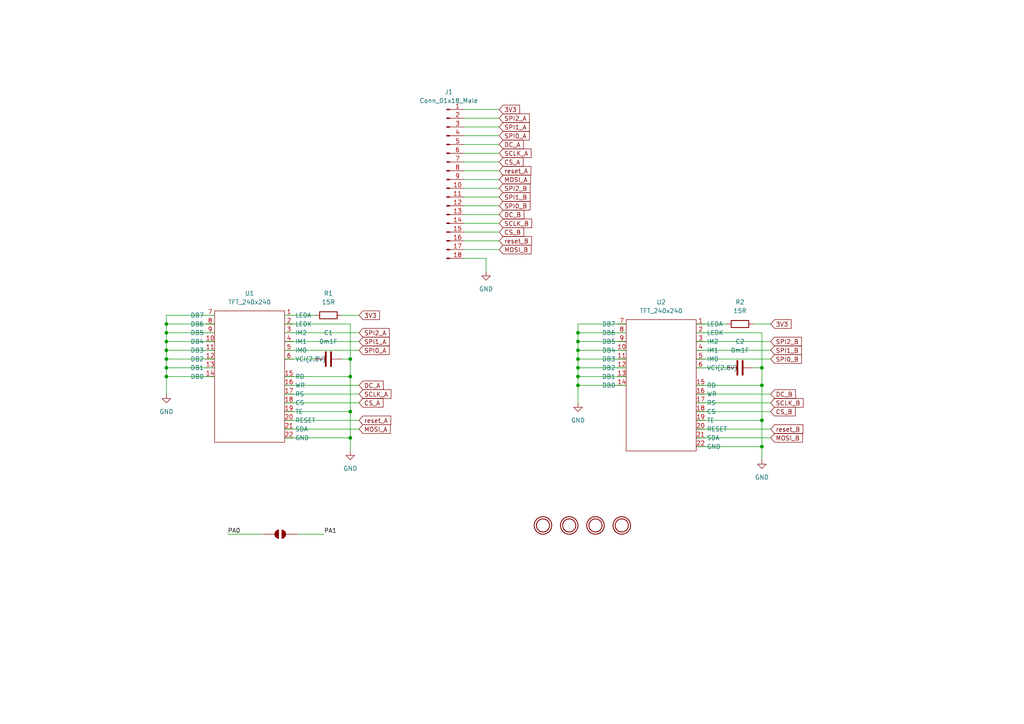
<source format=kicad_sch>
(kicad_sch (version 20211123) (generator eeschema)
  (paper "A4")
  (lib_symbols
    (symbol "AR-LCDONLY2(1)-eagle-import:MOUNTINGHOLE2.0"
      (symbol "MOUNTINGHOLE2.0_1_0"
        (circle (center 0 0) (radius 1.905) (stroke (width 0.254)))
        (circle (center 0 0) (radius 2.54) (stroke (width 0.254)))
      )
    )
    (symbol "AR-LCDONLY2(1)-eagle-import:SOLDERJUMPERNC2"
      (property "Reference" "SJ" (at -2.54 2.54 0))
      (property "Value" "SOLDERJUMPERNC2" (at -2.54 -5.08 0))
      (symbol "SOLDERJUMPERNC2_1_0"
        (arc (start -0.381 1.2699) (mid -1.6508 0) (end -0.381 -1.2699) (stroke (width 0.0001)) (fill (type outline)))
        (polyline (pts (xy -2.54 0) (xy -1.651 0)) (stroke (width 0.1524)))
        (polyline (pts (xy 2.54 0) (xy 1.651 0)) (stroke (width 0.1524)))
        (arc (start 0.381 -1.2699) (mid 1.6508 0) (end 0.381 1.2699) (stroke (width 0.0001)) (fill (type outline)))
        (pin passive line (at -5.08 0 0) (length 2.54) (name "1") (number "1"))
        (pin passive line (at 5.08 0 180) (length 2.54) (name "2") (number "2"))
      )
    )
    (symbol "Connector:Conn_01x18_Male" (pin_names (offset 1.016) hide)
      (property "Reference" "J" (at 0 22.86 0))
      (property "Value" "Conn_01x18_Male" (at 0 -25.4 0))
      (symbol "Conn_01x18_Male_1_1"
        (polyline (pts (xy 1.27 -22.86) (xy 0.8636 -22.86)) (stroke (width 0.1524)))
        (polyline (pts (xy 1.27 -20.32) (xy 0.8636 -20.32)) (stroke (width 0.1524)))
        (polyline (pts (xy 1.27 -17.78) (xy 0.8636 -17.78)) (stroke (width 0.1524)))
        (polyline (pts (xy 1.27 -15.24) (xy 0.8636 -15.24)) (stroke (width 0.1524)))
        (polyline (pts (xy 1.27 -12.7) (xy 0.8636 -12.7)) (stroke (width 0.1524)))
        (polyline (pts (xy 1.27 -10.16) (xy 0.8636 -10.16)) (stroke (width 0.1524)))
        (polyline (pts (xy 1.27 -7.62) (xy 0.8636 -7.62)) (stroke (width 0.1524)))
        (polyline (pts (xy 1.27 -5.08) (xy 0.8636 -5.08)) (stroke (width 0.1524)))
        (polyline (pts (xy 1.27 -2.54) (xy 0.8636 -2.54)) (stroke (width 0.1524)))
        (polyline (pts (xy 1.27 0) (xy 0.8636 0)) (stroke (width 0.1524)))
        (polyline (pts (xy 1.27 2.54) (xy 0.8636 2.54)) (stroke (width 0.1524)))
        (polyline (pts (xy 1.27 5.08) (xy 0.8636 5.08)) (stroke (width 0.1524)))
        (polyline (pts (xy 1.27 7.62) (xy 0.8636 7.62)) (stroke (width 0.1524)))
        (polyline (pts (xy 1.27 10.16) (xy 0.8636 10.16)) (stroke (width 0.1524)))
        (polyline (pts (xy 1.27 12.7) (xy 0.8636 12.7)) (stroke (width 0.1524)))
        (polyline (pts (xy 1.27 15.24) (xy 0.8636 15.24)) (stroke (width 0.1524)))
        (polyline (pts (xy 1.27 17.78) (xy 0.8636 17.78)) (stroke (width 0.1524)))
        (polyline (pts (xy 1.27 20.32) (xy 0.8636 20.32)) (stroke (width 0.1524)))
        (rectangle (start 0.8636 -22.733) (end 0 -22.987) (stroke (width 0.1524)) (fill (type outline)))
        (rectangle (start 0.8636 -20.193) (end 0 -20.447) (stroke (width 0.1524)) (fill (type outline)))
        (rectangle (start 0.8636 -17.653) (end 0 -17.907) (stroke (width 0.1524)) (fill (type outline)))
        (rectangle (start 0.8636 -15.113) (end 0 -15.367) (stroke (width 0.1524)) (fill (type outline)))
        (rectangle (start 0.8636 -12.573) (end 0 -12.827) (stroke (width 0.1524)) (fill (type outline)))
        (rectangle (start 0.8636 -10.033) (end 0 -10.287) (stroke (width 0.1524)) (fill (type outline)))
        (rectangle (start 0.8636 -7.493) (end 0 -7.747) (stroke (width 0.1524)) (fill (type outline)))
        (rectangle (start 0.8636 -4.953) (end 0 -5.207) (stroke (width 0.1524)) (fill (type outline)))
        (rectangle (start 0.8636 -2.413) (end 0 -2.667) (stroke (width 0.1524)) (fill (type outline)))
        (rectangle (start 0.8636 0.127) (end 0 -0.127) (stroke (width 0.1524)) (fill (type outline)))
        (rectangle (start 0.8636 2.667) (end 0 2.413) (stroke (width 0.1524)) (fill (type outline)))
        (rectangle (start 0.8636 5.207) (end 0 4.953) (stroke (width 0.1524)) (fill (type outline)))
        (rectangle (start 0.8636 7.747) (end 0 7.493) (stroke (width 0.1524)) (fill (type outline)))
        (rectangle (start 0.8636 10.287) (end 0 10.033) (stroke (width 0.1524)) (fill (type outline)))
        (rectangle (start 0.8636 12.827) (end 0 12.573) (stroke (width 0.1524)) (fill (type outline)))
        (rectangle (start 0.8636 15.367) (end 0 15.113) (stroke (width 0.1524)) (fill (type outline)))
        (rectangle (start 0.8636 17.907) (end 0 17.653) (stroke (width 0.1524)) (fill (type outline)))
        (rectangle (start 0.8636 20.447) (end 0 20.193) (stroke (width 0.1524)) (fill (type outline)))
        (pin passive line (at 5.08 20.32 180) (length 3.81) (name "Pin_1") (number "1"))
        (pin passive line (at 5.08 -2.54 180) (length 3.81) (name "Pin_10") (number "10"))
        (pin passive line (at 5.08 -5.08 180) (length 3.81) (name "Pin_11") (number "11"))
        (pin passive line (at 5.08 -7.62 180) (length 3.81) (name "Pin_12") (number "12"))
        (pin passive line (at 5.08 -10.16 180) (length 3.81) (name "Pin_13") (number "13"))
        (pin passive line (at 5.08 -12.7 180) (length 3.81) (name "Pin_14") (number "14"))
        (pin passive line (at 5.08 -15.24 180) (length 3.81) (name "Pin_15") (number "15"))
        (pin passive line (at 5.08 -17.78 180) (length 3.81) (name "Pin_16") (number "16"))
        (pin passive line (at 5.08 -20.32 180) (length 3.81) (name "Pin_17") (number "17"))
        (pin passive line (at 5.08 -22.86 180) (length 3.81) (name "Pin_18") (number "18"))
        (pin passive line (at 5.08 17.78 180) (length 3.81) (name "Pin_2") (number "2"))
        (pin passive line (at 5.08 15.24 180) (length 3.81) (name "Pin_3") (number "3"))
        (pin passive line (at 5.08 12.7 180) (length 3.81) (name "Pin_4") (number "4"))
        (pin passive line (at 5.08 10.16 180) (length 3.81) (name "Pin_5") (number "5"))
        (pin passive line (at 5.08 7.62 180) (length 3.81) (name "Pin_6") (number "6"))
        (pin passive line (at 5.08 5.08 180) (length 3.81) (name "Pin_7") (number "7"))
        (pin passive line (at 5.08 2.54 180) (length 3.81) (name "Pin_8") (number "8"))
        (pin passive line (at 5.08 0 180) (length 3.81) (name "Pin_9") (number "9"))
      )
    )
    (symbol "Device:C" (pin_numbers hide) (pin_names (offset 0.254))
      (property "Reference" "C" (at 0.635 2.54 0))
      (property "Value" "C" (at 0.635 -2.54 0))
      (symbol "C_0_1"
        (polyline (pts (xy -2.032 -0.762) (xy 2.032 -0.762)) (stroke (width 0.508)))
        (polyline (pts (xy -2.032 0.762) (xy 2.032 0.762)) (stroke (width 0.508)))
      )
      (symbol "C_1_1"
        (pin passive line (at 0 3.81 270) (length 2.794) (name "~") (number "1"))
        (pin passive line (at 0 -3.81 90) (length 2.794) (name "~") (number "2"))
      )
    )
    (symbol "Device:R" (pin_numbers hide) (pin_names (offset 0))
      (property "Reference" "R" (at 2.032 0 90))
      (property "Value" "R" (at 0 0 90))
      (symbol "R_0_1"
        (rectangle (start -1.016 -2.54) (end 1.016 2.54) (stroke (width 0.254)))
      )
      (symbol "R_1_1"
        (pin passive line (at 0 3.81 270) (length 1.27) (name "~") (number "1"))
        (pin passive line (at 0 -3.81 90) (length 1.27) (name "~") (number "2"))
      )
    )
    (symbol "New_Library:TFT_240x240"
      (property "Reference" "U" (at -10.16 17.78 0))
      (property "Value" "TFT_240x240" (at 3.81 17.78 0))
      (symbol "TFT_240x240_0_1"
        (rectangle (start -10.16 16.51) (end 10.16 -21.59))
      )
      (symbol "TFT_240x240_1_1"
        (pin power_in line (at 10.16 15.24 0) (length 2.54) (name "LEDA") (number "1"))
        (pin input line (at -10.16 7.62 180) (length 2.54) (name "DB4") (number "10"))
        (pin input line (at -10.16 5.08 180) (length 2.54) (name "DB3") (number "11"))
        (pin input line (at -10.16 2.54 180) (length 2.54) (name "DB2") (number "12"))
        (pin input line (at -10.16 0 180) (length 2.54) (name "DB1") (number "13"))
        (pin input line (at -10.16 -2.54 180) (length 2.54) (name "DB0") (number "14"))
        (pin input line (at 10.16 -2.54 0) (length 2.54) (name "RD") (number "15"))
        (pin input line (at 10.16 -5.08 0) (length 2.54) (name "WR") (number "16"))
        (pin input line (at 10.16 -7.62 0) (length 2.54) (name "RS") (number "17"))
        (pin input line (at 10.16 -10.16 0) (length 2.54) (name "CS") (number "18"))
        (pin output line (at 10.16 -12.7 0) (length 2.54) (name "TE") (number "19"))
        (pin power_in line (at 10.16 12.7 0) (length 2.54) (name "LEDK") (number "2"))
        (pin input line (at 10.16 -15.24 0) (length 2.54) (name "RESET") (number "20"))
        (pin bidirectional line (at 10.16 -17.78 0) (length 2.54) (name "SDA") (number "21"))
        (pin power_in line (at 10.16 -20.32 0) (length 2.54) (name "GND") (number "22"))
        (pin input line (at 10.16 10.16 0) (length 2.54) (name "IM2") (number "3"))
        (pin input line (at 10.16 7.62 0) (length 2.54) (name "IM1") (number "4"))
        (pin input line (at 10.16 5.08 0) (length 2.54) (name "IM0") (number "5"))
        (pin power_in line (at 10.16 2.54 0) (length 2.54) (name "VCI(2.8V)") (number "6"))
        (pin input line (at -10.16 15.24 180) (length 2.54) (name "DB7") (number "7"))
        (pin input line (at -10.16 12.7 180) (length 2.54) (name "DB6") (number "8"))
        (pin input line (at -10.16 10.16 180) (length 2.54) (name "DB5") (number "9"))
      )
    )
    (symbol "power:GND" (power) (pin_names (offset 0))
      (property "Value" "GND" (at 0 -3.81 0))
      (symbol "GND_0_1"
        (polyline (pts (xy 0 0) (xy 0 -1.27) (xy 1.27 -1.27) (xy 0 -2.54) (xy -1.27 -1.27) (xy 0 -1.27)))
      )
      (symbol "GND_1_1"
        (pin power_in line (at 0 0 270) (length 0) hide (name "GND") (number "1"))
      )
    )
  )
  (junction (at 48.26 93.98))
  (junction (at 167.64 104.14))
  (junction (at 167.64 111.76))
  (junction (at 220.98 121.92))
  (junction (at 220.98 111.76))
  (junction (at 48.26 96.52))
  (junction (at 101.6 127))
  (junction (at 167.64 99.06))
  (junction (at 167.64 101.6))
  (junction (at 101.6 119.38))
  (junction (at 167.64 106.68))
  (junction (at 48.26 106.68))
  (junction (at 101.6 104.14))
  (junction (at 167.64 109.22))
  (junction (at 101.6 109.22))
  (junction (at 167.64 96.52))
  (junction (at 48.26 109.22))
  (junction (at 48.26 99.06))
  (junction (at 48.26 104.14))
  (junction (at 220.98 129.54))
  (junction (at 48.26 101.6))
  (junction (at 220.98 106.68))
  (wire (pts (xy 167.64 104.14) (xy 167.64 101.6)))
  (wire (pts (xy 82.55 96.52) (xy 104.14 96.52)))
  (wire (pts (xy 167.64 101.6) (xy 167.64 99.06)))
  (wire (pts (xy 82.55 124.46) (xy 104.14 124.46)))
  (wire (pts (xy 201.93 106.68) (xy 210.82 106.68)))
  (wire (pts (xy 134.62 62.23) (xy 144.78 62.23)))
  (wire (pts (xy 48.26 96.52) (xy 62.23 96.52)))
  (wire (pts (xy 201.93 124.46) (xy 223.52 124.46)))
  (wire (pts (xy 134.62 49.53) (xy 144.78 49.53)))
  (wire (pts (xy 220.98 129.54) (xy 220.98 133.35)))
  (wire (pts (xy 167.64 106.68) (xy 167.64 104.14)))
  (wire (pts (xy 167.64 99.06) (xy 167.64 96.52)))
  (wire (pts (xy 48.26 99.06) (xy 48.26 96.52)))
  (wire (pts (xy 82.55 99.06) (xy 104.14 99.06)))
  (wire (pts (xy 140.97 74.93) (xy 134.62 74.93)))
  (wire (pts (xy 82.55 121.92) (xy 104.14 121.92)))
  (wire (pts (xy 220.98 121.92) (xy 220.98 129.54)))
  (wire (pts (xy 48.26 104.14) (xy 48.26 101.6)))
  (wire (pts (xy 167.64 106.68) (xy 181.61 106.68)))
  (wire (pts (xy 134.62 64.77) (xy 144.78 64.77)))
  (wire (pts (xy 167.64 96.52) (xy 181.61 96.52)))
  (wire (pts (xy 82.55 109.22) (xy 101.6 109.22)))
  (wire (pts (xy 101.6 127) (xy 101.6 130.81)))
  (wire (pts (xy 167.64 104.14) (xy 181.61 104.14)))
  (wire (pts (xy 48.26 104.14) (xy 48.26 106.68)))
  (wire (pts (xy 201.93 101.6) (xy 223.52 101.6)))
  (wire (pts (xy 134.62 54.61) (xy 144.78 54.61)))
  (wire (pts (xy 134.62 44.45) (xy 144.78 44.45)))
  (wire (pts (xy 86.36 154.94) (xy 93.98 154.94)))
  (wire (pts (xy 134.62 34.29) (xy 144.78 34.29)))
  (wire (pts (xy 181.61 109.22) (xy 167.64 109.22)))
  (wire (pts (xy 99.06 91.44) (xy 104.14 91.44)))
  (wire (pts (xy 167.64 111.76) (xy 181.61 111.76)))
  (wire (pts (xy 134.62 52.07) (xy 144.78 52.07)))
  (wire (pts (xy 101.6 104.14) (xy 101.6 109.22)))
  (wire (pts (xy 201.93 119.38) (xy 223.52 119.38)))
  (wire (pts (xy 48.26 96.52) (xy 48.26 93.98)))
  (wire (pts (xy 62.23 106.68) (xy 48.26 106.68)))
  (wire (pts (xy 167.64 111.76) (xy 167.64 116.84)))
  (wire (pts (xy 101.6 109.22) (xy 101.6 119.38)))
  (wire (pts (xy 134.62 57.15) (xy 144.78 57.15)))
  (wire (pts (xy 48.26 109.22) (xy 62.23 109.22)))
  (wire (pts (xy 76.2 154.94) (xy 66.04 154.94)))
  (wire (pts (xy 82.55 104.14) (xy 91.44 104.14)))
  (wire (pts (xy 134.62 59.69) (xy 144.78 59.69)))
  (wire (pts (xy 101.6 119.38) (xy 101.6 127)))
  (wire (pts (xy 167.64 99.06) (xy 181.61 99.06)))
  (wire (pts (xy 220.98 111.76) (xy 220.98 121.92)))
  (wire (pts (xy 201.93 129.54) (xy 220.98 129.54)))
  (wire (pts (xy 167.64 101.6) (xy 181.61 101.6)))
  (wire (pts (xy 48.26 91.44) (xy 62.23 91.44)))
  (wire (pts (xy 167.64 109.22) (xy 167.64 111.76)))
  (wire (pts (xy 82.55 101.6) (xy 104.14 101.6)))
  (wire (pts (xy 48.26 99.06) (xy 62.23 99.06)))
  (wire (pts (xy 134.62 72.39) (xy 144.78 72.39)))
  (wire (pts (xy 101.6 93.98) (xy 101.6 104.14)))
  (wire (pts (xy 201.93 121.92) (xy 220.98 121.92)))
  (wire (pts (xy 134.62 67.31) (xy 144.78 67.31)))
  (wire (pts (xy 201.93 104.14) (xy 223.52 104.14)))
  (wire (pts (xy 82.55 116.84) (xy 104.14 116.84)))
  (wire (pts (xy 48.26 93.98) (xy 48.26 91.44)))
  (wire (pts (xy 82.55 91.44) (xy 91.44 91.44)))
  (wire (pts (xy 82.55 93.98) (xy 101.6 93.98)))
  (wire (pts (xy 201.93 93.98) (xy 210.82 93.98)))
  (wire (pts (xy 48.26 106.68) (xy 48.26 109.22)))
  (wire (pts (xy 134.62 39.37) (xy 144.78 39.37)))
  (wire (pts (xy 140.97 78.74) (xy 140.97 74.93)))
  (wire (pts (xy 218.44 93.98) (xy 223.52 93.98)))
  (wire (pts (xy 201.93 111.76) (xy 220.98 111.76)))
  (wire (pts (xy 82.55 111.76) (xy 104.14 111.76)))
  (wire (pts (xy 134.62 41.91) (xy 144.78 41.91)))
  (wire (pts (xy 201.93 114.3) (xy 223.52 114.3)))
  (wire (pts (xy 201.93 116.84) (xy 223.52 116.84)))
  (wire (pts (xy 134.62 36.83) (xy 144.78 36.83)))
  (wire (pts (xy 201.93 99.06) (xy 223.52 99.06)))
  (wire (pts (xy 48.26 101.6) (xy 62.23 101.6)))
  (wire (pts (xy 218.44 106.68) (xy 220.98 106.68)))
  (wire (pts (xy 167.64 96.52) (xy 167.64 93.98)))
  (wire (pts (xy 201.93 96.52) (xy 220.98 96.52)))
  (wire (pts (xy 48.26 104.14) (xy 62.23 104.14)))
  (wire (pts (xy 48.26 93.98) (xy 62.23 93.98)))
  (wire (pts (xy 167.64 106.68) (xy 167.64 109.22)))
  (wire (pts (xy 82.55 127) (xy 101.6 127)))
  (wire (pts (xy 99.06 104.14) (xy 101.6 104.14)))
  (wire (pts (xy 167.64 93.98) (xy 181.61 93.98)))
  (wire (pts (xy 220.98 106.68) (xy 220.98 111.76)))
  (wire (pts (xy 82.55 119.38) (xy 101.6 119.38)))
  (wire (pts (xy 134.62 46.99) (xy 144.78 46.99)))
  (wire (pts (xy 48.26 101.6) (xy 48.26 99.06)))
  (wire (pts (xy 134.62 31.75) (xy 144.78 31.75)))
  (wire (pts (xy 220.98 96.52) (xy 220.98 106.68)))
  (wire (pts (xy 201.93 127) (xy 223.52 127)))
  (wire (pts (xy 82.55 114.3) (xy 104.14 114.3)))
  (wire (pts (xy 134.62 69.85) (xy 144.78 69.85)))
  (wire (pts (xy 48.26 109.22) (xy 48.26 114.3)))
  (label "PA0" (at 66.04 154.94 0) (effects (font (size 1.2446 1.2446))))
  (label "PA1" (at 93.98 154.94 0) (effects (font (size 1.2446 1.2446))))
  (global_label "MOSI_B" (shape input) (at 144.78 72.39 0) (property "Intersheet References" "${INTERSHEET_REFS}" (effects hide)))
  (global_label "SPI1_A" (shape input) (at 144.78 36.83 0) (property "Intersheet References" "${INTERSHEET_REFS}" (effects hide)))
  (global_label "SPI2_B" (shape input) (at 223.52 99.06 0) (property "Intersheet References" "${INTERSHEET_REFS}" (effects hide)))
  (global_label "DC_A" (shape input) (at 104.14 111.76 0) (property "Intersheet References" "${INTERSHEET_REFS}" (effects hide)))
  (global_label "SCLK_B" (shape input) (at 223.52 116.84 0) (property "Intersheet References" "${INTERSHEET_REFS}" (effects hide)))
  (global_label "SPI2_A" (shape input) (at 104.14 96.52 0) (property "Intersheet References" "${INTERSHEET_REFS}" (effects hide)))
  (global_label "CS_A" (shape input) (at 144.78 46.99 0) (property "Intersheet References" "${INTERSHEET_REFS}" (effects hide)))
  (global_label "SPI1_B" (shape input) (at 144.78 57.15 0) (property "Intersheet References" "${INTERSHEET_REFS}" (effects hide)))
  (global_label "SPI2_A" (shape input) (at 144.78 34.29 0) (property "Intersheet References" "${INTERSHEET_REFS}" (effects hide)))
  (global_label "MOSI_A" (shape input) (at 104.14 124.46 0) (property "Intersheet References" "${INTERSHEET_REFS}" (effects hide)))
  (global_label "MOSI_A" (shape input) (at 144.78 52.07 0) (property "Intersheet References" "${INTERSHEET_REFS}" (effects hide)))
  (global_label "reset_B" (shape input) (at 144.78 69.85 0) (property "Intersheet References" "${INTERSHEET_REFS}" (effects hide)))
  (global_label "CS_B" (shape input) (at 144.78 67.31 0) (property "Intersheet References" "${INTERSHEET_REFS}" (effects hide)))
  (global_label "SPI0_B" (shape input) (at 223.52 104.14 0) (property "Intersheet References" "${INTERSHEET_REFS}" (effects hide)))
  (global_label "SPI0_B" (shape input) (at 144.78 59.69 0) (property "Intersheet References" "${INTERSHEET_REFS}" (effects hide)))
  (global_label "SCLK_B" (shape input) (at 144.78 64.77 0) (property "Intersheet References" "${INTERSHEET_REFS}" (effects hide)))
  (global_label "CS_A" (shape input) (at 104.14 116.84 0) (property "Intersheet References" "${INTERSHEET_REFS}" (effects hide)))
  (global_label "SPI0_A" (shape input) (at 104.14 101.6 0) (property "Intersheet References" "${INTERSHEET_REFS}" (effects hide)))
  (global_label "reset_A" (shape input) (at 144.78 49.53 0) (property "Intersheet References" "${INTERSHEET_REFS}" (effects hide)))
  (global_label "3V3" (shape input) (at 144.78 31.75 0) (property "Intersheet References" "${INTERSHEET_REFS}" (effects hide)))
  (global_label "SCLK_A" (shape input) (at 104.14 114.3 0) (property "Intersheet References" "${INTERSHEET_REFS}" (effects hide)))
  (global_label "reset_B" (shape input) (at 223.52 124.46 0) (property "Intersheet References" "${INTERSHEET_REFS}" (effects hide)))
  (global_label "CS_B" (shape input) (at 223.52 119.38 0) (property "Intersheet References" "${INTERSHEET_REFS}" (effects hide)))
  (global_label "DC_A" (shape input) (at 144.78 41.91 0) (property "Intersheet References" "${INTERSHEET_REFS}" (effects hide)))
  (global_label "DC_B" (shape input) (at 223.52 114.3 0) (property "Intersheet References" "${INTERSHEET_REFS}" (effects hide)))
  (global_label "MOSI_B" (shape input) (at 223.52 127 0) (property "Intersheet References" "${INTERSHEET_REFS}" (effects hide)))
  (global_label "SPI1_B" (shape input) (at 223.52 101.6 0) (property "Intersheet References" "${INTERSHEET_REFS}" (effects hide)))
  (global_label "SPI1_A" (shape input) (at 104.14 99.06 0) (property "Intersheet References" "${INTERSHEET_REFS}" (effects hide)))
  (global_label "reset_A" (shape input) (at 104.14 121.92 0) (property "Intersheet References" "${INTERSHEET_REFS}" (effects hide)))
  (global_label "SPI0_A" (shape input) (at 144.78 39.37 0) (property "Intersheet References" "${INTERSHEET_REFS}" (effects hide)))
  (global_label "DC_B" (shape input) (at 144.78 62.23 0) (property "Intersheet References" "${INTERSHEET_REFS}" (effects hide)))
  (global_label "SCLK_A" (shape input) (at 144.78 44.45 0) (property "Intersheet References" "${INTERSHEET_REFS}" (effects hide)))
  (global_label "3V3" (shape input) (at 104.14 91.44 0) (property "Intersheet References" "${INTERSHEET_REFS}" (effects hide)))
  (global_label "SPI2_B" (shape input) (at 144.78 54.61 0) (property "Intersheet References" "${INTERSHEET_REFS}" (effects hide)))
  (global_label "3V3" (shape input) (at 223.52 93.98 0) (property "Intersheet References" "${INTERSHEET_REFS}" (effects hide)))
  (symbol (lib_id "AR-LCDONLY2(1)-eagle-import:MOUNTINGHOLE2.0") (at 180.34 152.4 0) (unit 1)
    (property "Reference" "U$2" (effects hide))
    (property "Value" "MOUNTINGHOLE2.0" (effects hide))
    (property "Footprint" "AR-LCDONLY2(1):MOUNTINGHOLE_2.0_PLATED" (effects hide))
  )
  (symbol (lib_id "power:GND") (at 140.97 78.74 0) (unit 1)
    (property "Reference" "#PWR0105" (effects hide))
    (property "Value" "GND" (at 140.97 83.82 0))
  )
  (symbol (lib_id "Device:C") (at 214.63 106.68 90) (mirror x) (unit 1)
    (property "Reference" "C2" (at 214.63 99.06 90))
    (property "Value" "0m1F" (at 214.63 101.6 90))
  )
  (symbol (lib_id "Device:C") (at 95.25 104.14 90) (mirror x) (unit 1)
    (property "Reference" "C1" (at 95.25 96.52 90))
    (property "Value" "0m1F" (at 95.25 99.06 90))
  )
  (symbol (lib_id "power:GND") (at 220.98 133.35 0) (unit 1)
    (property "Reference" "#PWR0104" (effects hide))
    (property "Value" "GND" (at 220.98 138.43 0))
  )
  (symbol (lib_id "power:GND") (at 101.6 130.81 0) (unit 1)
    (property "Reference" "#PWR0101" (effects hide))
    (property "Value" "GND" (at 101.6 135.89 0))
  )
  (symbol (lib_id "AR-LCDONLY2(1)-eagle-import:MOUNTINGHOLE2.0") (at 157.48 152.4 0) (unit 1)
    (property "Reference" "U$10" (effects hide))
    (property "Value" "MOUNTINGHOLE2.0" (effects hide))
    (property "Footprint" "AR-LCDONLY2(1):MOUNTINGHOLE_2.0_PLATED" (effects hide))
  )
  (symbol (lib_id "Device:R") (at 214.63 93.98 90) (unit 1)
    (property "Reference" "R2" (at 214.63 87.63 90))
    (property "Value" "15R" (at 214.63 90.17 90))
  )
  (symbol (lib_id "power:GND") (at 48.26 114.3 0) (unit 1)
    (property "Reference" "#PWR0103" (effects hide))
    (property "Value" "GND" (at 48.26 119.38 0))
  )
  (symbol (lib_id "AR-LCDONLY2(1)-eagle-import:MOUNTINGHOLE2.0") (at 165.1 152.4 0) (unit 1)
    (property "Reference" "U$3" (effects hide))
    (property "Value" "MOUNTINGHOLE2.0" (effects hide))
    (property "Footprint" "AR-LCDONLY2(1):MOUNTINGHOLE_2.0_PLATED" (effects hide))
  )
  (symbol (lib_id "Connector:Conn_01x18_Male") (at 129.54 52.07 0) (unit 1)
    (property "Reference" "J1" (at 130.175 26.67 0))
    (property "Value" "Conn_01x18_Male" (at 130.175 29.21 0))
  )
  (symbol (lib_id "Device:R") (at 95.25 91.44 90) (unit 1)
    (property "Reference" "R1" (at 95.25 85.09 90))
    (property "Value" "15R" (at 95.25 87.63 90))
  )
  (symbol (lib_id "New_Library:TFT_240x240") (at 191.77 109.22 0) (unit 1)
    (property "Reference" "U2" (at 191.77 87.63 0))
    (property "Value" "TFT_240x240" (at 191.77 90.17 0))
  )
  (symbol (lib_id "power:GND") (at 167.64 116.84 0) (unit 1)
    (property "Reference" "#PWR0102" (effects hide))
    (property "Value" "GND" (at 167.64 121.92 0))
  )
  (symbol (lib_id "New_Library:TFT_240x240") (at 72.39 106.68 0) (unit 1)
    (property "Reference" "U1" (at 72.39 85.09 0))
    (property "Value" "TFT_240x240" (at 72.39 87.63 0))
  )
  (symbol (lib_id "AR-LCDONLY2(1)-eagle-import:MOUNTINGHOLE2.0") (at 172.72 152.4 0) (unit 1)
    (property "Reference" "U$4" (effects hide))
    (property "Value" "MOUNTINGHOLE2.0" (effects hide))
    (property "Footprint" "AR-LCDONLY2(1):MOUNTINGHOLE_2.0_PLATED" (effects hide))
  )
  (symbol (lib_id "AR-LCDONLY2(1)-eagle-import:SOLDERJUMPERNC2") (at 81.28 154.94 180) (unit 1)
    (property "Reference" "JUMPER1" (effects hide))
    (property "Value" "SOLDERJUMPERNC2" (effects hide))
    (property "Footprint" "AR-LCDONLY2(1):SJ_2S-NOTRACE" (effects hide))
  )
)
</source>
